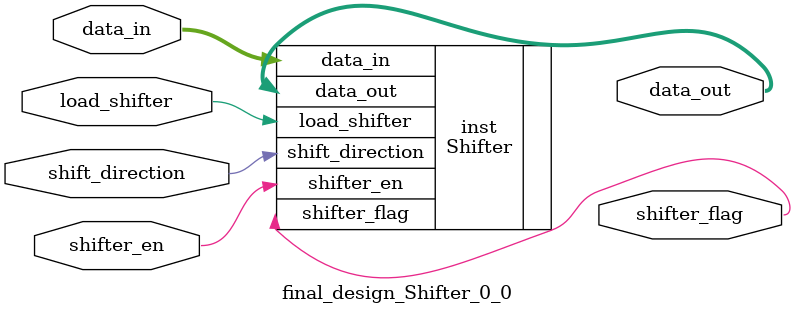
<source format=v>



// IP VLNV: xilinx.com:module_ref:Shifter:1.0
// IP Revision: 1

(* X_CORE_INFO = "Shifter,Vivado 2019.2" *)
(* CHECK_LICENSE_TYPE = "final_design_Shifter_0_0,Shifter,{}" *)
(* CORE_GENERATION_INFO = "final_design_Shifter_0_0,Shifter,{x_ipProduct=Vivado 2019.2,x_ipVendor=xilinx.com,x_ipLibrary=module_ref,x_ipName=Shifter,x_ipVersion=1.0,x_ipCoreRevision=1,x_ipLanguage=VERILOG,x_ipSimLanguage=MIXED}" *)
(* IP_DEFINITION_SOURCE = "module_ref" *)
(* DowngradeIPIdentifiedWarnings = "yes" *)
module final_design_Shifter_0_0 (
  data_in,
  shift_direction,
  shifter_en,
  load_shifter,
  data_out,
  shifter_flag
);

input wire [7 : 0] data_in;
input wire shift_direction;
input wire shifter_en;
input wire load_shifter;
output wire [7 : 0] data_out;
output wire shifter_flag;

  Shifter inst (
    .data_in(data_in),
    .shift_direction(shift_direction),
    .shifter_en(shifter_en),
    .load_shifter(load_shifter),
    .data_out(data_out),
    .shifter_flag(shifter_flag)
  );
endmodule

</source>
